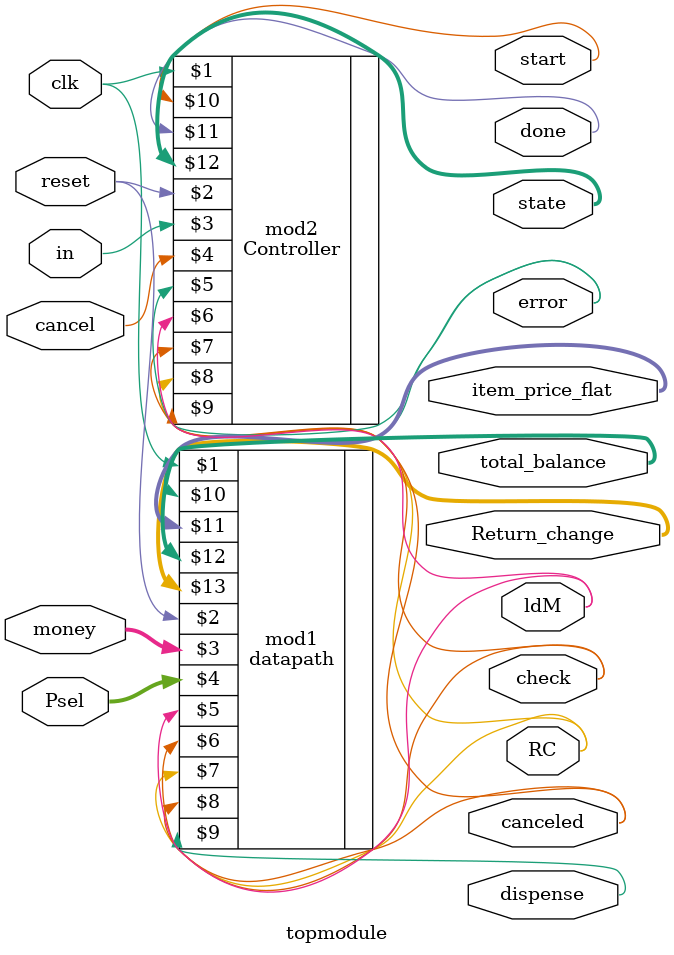
<source format=v>
module topmodule(
        input clk,reset,
        input [2:0] money,
        input [1:0] Psel,
        input cancel,in,
        output  dispense,
        // output reg [3:0] Return_change,
        output  start,done,
        output ldM,check,RC,canceled,error,
        output [31:0] item_price_flat,
        output [7:0] total_balance,
        output [7:0] Return_change,
        output [2:0] state);
        
        
        datapath mod1(clk,reset,money,Psel,ldM,check,RC,canceled,dispense,error,item_price_flat,total_balance,Return_change);
        Controller mod2(clk,reset,in,cancel,error,ldM,check,RC,canceled,start,done,state);
        
        
endmodule
</source>
